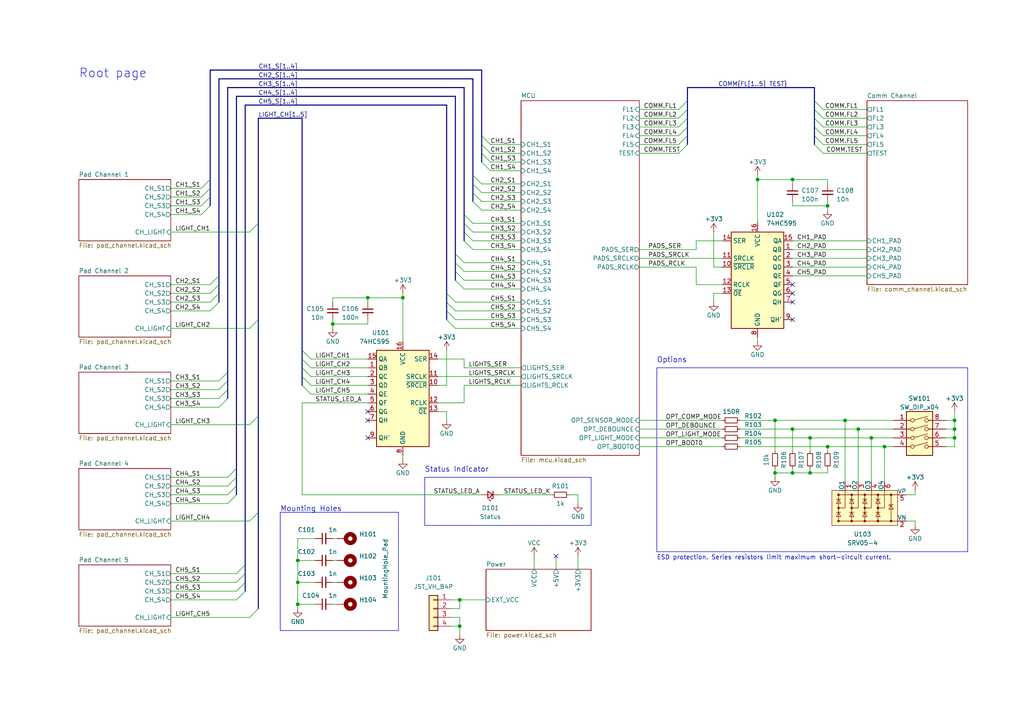
<source format=kicad_sch>
(kicad_sch (version 20221110) (generator eeschema)
  (paper "A4")
  (title_block (title "BD845-PWB") (date "2022-11-27") (rev "1") (company "BlueDot, Vincenzo Fortunato"))
  (lib_symbols
    (symbol "74xx:74HC595"
      (property "Reference" "U" (at -7.62 13.97 0))
      (property "Value" "74HC595" (at -7.62 -16.51 0))
      (symbol "74HC595_1_0"
        (pin tri_state line (at 10.16 7.62 180) (length 2.54) (name "QB") (number "1"))
        (pin input line (at -10.16 2.54 0) (length 2.54) (name "~{SRCLR}") (number "10"))
        (pin input line (at -10.16 5.08 0) (length 2.54) (name "SRCLK") (number "11"))
        (pin input line (at -10.16 -2.54 0) (length 2.54) (name "RCLK") (number "12"))
        (pin input line (at -10.16 -5.08 0) (length 2.54) (name "~{OE}") (number "13"))
        (pin input line (at -10.16 10.16 0) (length 2.54) (name "SER") (number "14"))
        (pin tri_state line (at 10.16 10.16 180) (length 2.54) (name "QA") (number "15"))
        (pin power_in line (at 0 15.24 270) (length 2.54) (name "VCC") (number "16"))
        (pin tri_state line (at 10.16 5.08 180) (length 2.54) (name "QC") (number "2"))
        (pin tri_state line (at 10.16 2.54 180) (length 2.54) (name "QD") (number "3"))
        (pin tri_state line (at 10.16 0 180) (length 2.54) (name "QE") (number "4"))
        (pin tri_state line (at 10.16 -2.54 180) (length 2.54) (name "QF") (number "5"))
        (pin tri_state line (at 10.16 -5.08 180) (length 2.54) (name "QG") (number "6"))
        (pin tri_state line (at 10.16 -7.62 180) (length 2.54) (name "QH") (number "7"))
        (pin power_in line (at 0 -17.78 90) (length 2.54) (name "GND") (number "8"))
        (pin output line (at 10.16 -12.7 180) (length 2.54) (name "QH'") (number "9"))
      )
      (symbol "74HC595_1_1"
        (rectangle (start -7.62 12.7) (end 7.62 -15.24) (stroke (width 0.254)) (fill (type background)))
      )
    )
    (symbol "Connector_Generic:Conn_01x04" (pin_names (offset 1.016) hide)
      (property "Reference" "J" (at 0 5.08 0))
      (property "Value" "Conn_01x04" (at 0 -7.62 0))
      (symbol "Conn_01x04_1_1"
        (rectangle (start -1.27 -4.953) (end 0 -5.207) (stroke (width 0.1524)))
        (rectangle (start -1.27 -2.413) (end 0 -2.667) (stroke (width 0.1524)))
        (rectangle (start -1.27 0.127) (end 0 -0.127) (stroke (width 0.1524)))
        (rectangle (start -1.27 2.667) (end 0 2.413) (stroke (width 0.1524)))
        (rectangle (start -1.27 3.81) (end 1.27 -6.35) (stroke (width 0.254)) (fill (type background)))
        (pin passive line (at -5.08 2.54 0) (length 3.81) (name "Pin_1") (number "1"))
        (pin passive line (at -5.08 0 0) (length 3.81) (name "Pin_2") (number "2"))
        (pin passive line (at -5.08 -2.54 0) (length 3.81) (name "Pin_3") (number "3"))
        (pin passive line (at -5.08 -5.08 0) (length 3.81) (name "Pin_4") (number "4"))
      )
    )
    (symbol "Device:C_Small" (pin_numbers hide) (pin_names (offset 0.254) hide)
      (property "Reference" "C" (at 0.254 1.778 0))
      (property "Value" "C_Small" (at 0.254 -2.032 0))
      (symbol "C_Small_0_1"
        (polyline (pts (xy -1.524 -0.508) (xy 1.524 -0.508)) (stroke (width 0.3302)))
        (polyline (pts (xy -1.524 0.508) (xy 1.524 0.508)) (stroke (width 0.3048)))
      )
      (symbol "C_Small_1_1"
        (pin passive line (at 0 2.54 270) (length 2.032) (name "~") (number "1"))
        (pin passive line (at 0 -2.54 90) (length 2.032) (name "~") (number "2"))
      )
    )
    (symbol "Device:LED_Small" (pin_numbers hide) (pin_names (offset 0.254) hide)
      (property "Reference" "D" (at -1.27 3.175 0))
      (property "Value" "LED_Small" (at -4.445 -2.54 0))
      (symbol "LED_Small_0_1"
        (polyline (pts (xy -0.762 -1.016) (xy -0.762 1.016)) (stroke (width 0.254)))
        (polyline (pts (xy 1.016 0) (xy -0.762 0)))
        (polyline (pts (xy 0.762 -1.016) (xy -0.762 0) (xy 0.762 1.016) (xy 0.762 -1.016)) (stroke (width 0.254)))
        (polyline (pts (xy 0 0.762) (xy -0.508 1.27) (xy -0.254 1.27) (xy -0.508 1.27) (xy -0.508 1.016)))
        (polyline (pts (xy 0.508 1.27) (xy 0 1.778) (xy 0.254 1.778) (xy 0 1.778) (xy 0 1.524)))
      )
      (symbol "LED_Small_1_1"
        (pin passive line (at -2.54 0 0) (length 1.778) (name "K") (number "1"))
        (pin passive line (at 2.54 0 180) (length 1.778) (name "A") (number "2"))
      )
    )
    (symbol "Device:R_Small" (pin_numbers hide) (pin_names (offset 0.254) hide)
      (property "Reference" "R" (at 0.762 0.508 0))
      (property "Value" "R_Small" (at 0.762 -1.016 0))
      (symbol "R_Small_0_1"
        (rectangle (start -0.762 1.778) (end 0.762 -1.778) (stroke (width 0.2032)))
      )
      (symbol "R_Small_1_1"
        (pin passive line (at 0 2.54 270) (length 0.762) (name "~") (number "1"))
        (pin passive line (at 0 -2.54 90) (length 0.762) (name "~") (number "2"))
      )
    )
    (symbol "Mechanical:MountingHole_Pad" (pin_numbers hide) (pin_names (offset 1.016) hide)
      (property "Reference" "H" (at 0 6.35 0))
      (property "Value" "MountingHole_Pad" (at 0 4.445 0))
      (symbol "MountingHole_Pad_0_1"
        (circle (center 0 1.27) (radius 1.27) (stroke (width 1.27)))
      )
      (symbol "MountingHole_Pad_1_1"
        (pin input line (at 0 -2.54 90) (length 2.54) (name "1") (number "1"))
      )
    )
    (symbol "ProjectLibrary:SRV05-4" (pin_names (offset 0))
      (property "Reference" "U" (at -7.62 -6.985 0))
      (property "Value" "SRV05-4" (at 0 -6.985 0))
      (symbol "SRV05-4_0_0"
        (polyline (pts (xy -6.985 -3.81) (xy -6.985 3.81)))
        (polyline (pts (xy -3.175 -3.81) (xy -3.175 3.81)))
        (polyline (pts (xy 0.635 -3.81) (xy 0.635 3.81)))
        (polyline (pts (xy 4.445 -3.81) (xy 4.445 3.81)))
      )
      (symbol "SRV05-4_0_1"
        (rectangle (start -8.89 5.08) (end 10.16 -5.08) (fill (type background)))
        (circle (center -6.985 -3.81) (radius 0.2794) (fill (type outline)))
        (circle (center -6.985 0) (radius 0.2794) (fill (type outline)))
        (circle (center -6.985 3.81) (radius 0.2794) (fill (type outline)))
        (circle (center -3.175 -3.81) (radius 0.2794) (fill (type outline)))
        (circle (center -3.175 0) (radius 0.2794) (fill (type outline)))
        (circle (center -3.175 3.81) (radius 0.2794) (fill (type outline)))
        (polyline (pts (xy -6.35 -1.27) (xy -7.62 -1.27)))
        (polyline (pts (xy -6.35 2.54) (xy -7.62 2.54)))
        (polyline (pts (xy -2.54 -1.27) (xy -3.81 -1.27)))
        (polyline (pts (xy -2.54 2.54) (xy -3.81 2.54)))
        (polyline (pts (xy 1.27 -1.27) (xy 0 -1.27)))
        (polyline (pts (xy 1.27 2.54) (xy 0 2.54)))
        (polyline (pts (xy 5.08 -1.27) (xy 3.81 -1.27)))
        (polyline (pts (xy 5.08 2.54) (xy 3.81 2.54)))
        (polyline (pts (xy 8.255 3.81) (xy 8.255 -3.81)))
        (polyline (pts (xy 10.16 -3.81) (xy -6.985 -3.81)))
        (polyline (pts (xy 10.16 3.81) (xy -6.985 3.81)))
        (polyline (pts (xy -6.985 0) (xy -5.08 0) (xy -5.08 5.08)))
        (polyline (pts (xy -3.175 0) (xy -1.27 0) (xy -1.27 5.08)))
        (polyline (pts (xy 0.635 0) (xy 2.54 0) (xy 2.54 5.08)))
        (polyline (pts (xy 4.445 0) (xy 6.35 0) (xy 6.35 5.08)))
        (polyline (pts (xy 8.89 0.889) (xy 7.62 0.889) (xy 7.62 0.635)))
        (polyline (pts (xy -6.35 -2.54) (xy -7.62 -2.54) (xy -6.985 -1.27) (xy -6.35 -2.54)))
        (polyline (pts (xy -6.35 1.27) (xy -7.62 1.27) (xy -6.985 2.54) (xy -6.35 1.27)))
        (polyline (pts (xy -2.54 -2.54) (xy -3.81 -2.54) (xy -3.175 -1.27) (xy -2.54 -2.54)))
        (polyline (pts (xy -2.54 1.27) (xy -3.81 1.27) (xy -3.175 2.54) (xy -2.54 1.27)))
        (polyline (pts (xy 1.27 -2.54) (xy 0 -2.54) (xy 0.635 -1.27) (xy 1.27 -2.54)))
        (polyline (pts (xy 1.27 1.27) (xy 0 1.27) (xy 0.635 2.54) (xy 1.27 1.27)))
        (polyline (pts (xy 5.08 -2.54) (xy 3.81 -2.54) (xy 4.445 -1.27) (xy 5.08 -2.54)))
        (polyline (pts (xy 5.08 1.27) (xy 3.81 1.27) (xy 4.445 2.54) (xy 5.08 1.27)))
        (polyline (pts (xy 8.89 -0.381) (xy 7.62 -0.381) (xy 8.255 0.889) (xy 8.89 -0.381)))
        (circle (center 0.635 -3.81) (radius 0.2794) (fill (type outline)))
        (circle (center 0.635 0) (radius 0.2794) (fill (type outline)))
        (circle (center 0.635 3.81) (radius 0.2794) (fill (type outline)))
        (circle (center 4.445 -3.81) (radius 0.2794) (fill (type outline)))
        (circle (center 4.445 0) (radius 0.2794) (fill (type outline)))
        (circle (center 4.445 3.81) (radius 0.2794) (fill (type outline)))
        (circle (center 8.255 -3.81) (radius 0.2794) (fill (type outline)))
        (circle (center 8.255 3.81) (radius 0.2794) (fill (type outline)))
      )
      (symbol "SRV05-4_1_1"
        (pin passive line (at -5.08 7.62 270) (length 2.54) (name "IO1") (number "1"))
        (pin passive line (at 12.7 -3.81 180) (length 2.54) (name "VN") (number "2"))
        (pin passive line (at -1.27 7.62 270) (length 2.54) (name "IO2") (number "3"))
        (pin passive line (at 2.54 7.62 270) (length 2.54) (name "IO3") (number "4"))
        (pin passive line (at 12.7 3.81 180) (length 2.54) (name "VP") (number "5"))
        (pin passive line (at 6.35 7.62 270) (length 2.54) (name "IO4") (number "6"))
      )
    )
    (symbol "Switch:SW_DIP_x04" (pin_names (offset 0) hide)
      (property "Reference" "SW" (at 0 8.89 0))
      (property "Value" "SW_DIP_x04" (at 0 -6.35 0))
      (symbol "SW_DIP_x04_0_0"
        (circle (center -2.032 -2.54) (radius 0.508))
        (circle (center -2.032 0) (radius 0.508))
        (circle (center -2.032 2.54) (radius 0.508))
        (circle (center -2.032 5.08) (radius 0.508))
        (polyline (pts (xy -1.524 -2.3876) (xy 2.3622 -1.3462)))
        (polyline (pts (xy -1.524 0.127) (xy 2.3622 1.1684)))
        (polyline (pts (xy -1.524 2.667) (xy 2.3622 3.7084)))
        (polyline (pts (xy -1.524 5.207) (xy 2.3622 6.2484)))
        (circle (center 2.032 -2.54) (radius 0.508))
        (circle (center 2.032 0) (radius 0.508))
        (circle (center 2.032 2.54) (radius 0.508))
        (circle (center 2.032 5.08) (radius 0.508))
      )
      (symbol "SW_DIP_x04_0_1"
        (rectangle (start -3.81 7.62) (end 3.81 -5.08) (stroke (width 0.254)) (fill (type background)))
      )
      (symbol "SW_DIP_x04_1_1"
        (pin passive line (at -7.62 5.08 0) (length 5.08) (name "~") (number "1"))
        (pin passive line (at -7.62 2.54 0) (length 5.08) (name "~") (number "2"))
        (pin passive line (at -7.62 0 0) (length 5.08) (name "~") (number "3"))
        (pin passive line (at -7.62 -2.54 0) (length 5.08) (name "~") (number "4"))
        (pin passive line (at 7.62 -2.54 180) (length 5.08) (name "~") (number "5"))
        (pin passive line (at 7.62 0 180) (length 5.08) (name "~") (number "6"))
        (pin passive line (at 7.62 2.54 180) (length 5.08) (name "~") (number "7"))
        (pin passive line (at 7.62 5.08 180) (length 5.08) (name "~") (number "8"))
      )
    )
    (symbol "power:+3V3" (power) (pin_names (offset 0))
      (property "Value" "+3V3" (at 0 3.556 0))
      (symbol "+3V3_0_1"
        (polyline (pts (xy -0.762 1.27) (xy 0 2.54)))
        (polyline (pts (xy 0 0) (xy 0 2.54)))
        (polyline (pts (xy 0 2.54) (xy 0.762 1.27)))
      )
      (symbol "+3V3_1_1"
        (pin power_in line (at 0 0 90) (length 0) hide (name "+3V3") (number "1"))
      )
    )
    (symbol "power:GND" (power) (pin_names (offset 0))
      (property "Value" "GND" (at 0 -3.81 0))
      (symbol "GND_0_1"
        (polyline (pts (xy 0 0) (xy 0 -1.27) (xy 1.27 -1.27) (xy 0 -2.54) (xy -1.27 -1.27) (xy 0 -1.27)))
      )
      (symbol "GND_1_1"
        (pin power_in line (at 0 0 270) (length 0) hide (name "GND") (number "1"))
      )
    )
    (symbol "power:VCC" (power) (pin_names (offset 0))
      (property "Value" "VCC" (at 0 3.81 0))
      (symbol "VCC_0_1"
        (polyline (pts (xy -0.762 1.27) (xy 0 2.54)))
        (polyline (pts (xy 0 0) (xy 0 2.54)))
        (polyline (pts (xy 0 2.54) (xy 0.762 1.27)))
      )
      (symbol "VCC_1_1"
        (pin power_in line (at 0 0 90) (length 0) hide (name "VCC") (number "1"))
      )
    )
  )
  (junction (at 252.73 127))
  (junction (at 86.36 162.56))
  (junction (at 224.79 137.16))
  (junction (at 234.95 137.16))
  (junction (at 229.87 124.46))
  (junction (at 224.79 121.92))
  (junction (at 276.86 121.92))
  (junction (at 86.36 175.26))
  (junction (at 240.03 129.54))
  (junction (at 276.86 127))
  (junction (at 106.68 86.36))
  (junction (at 86.36 168.91))
  (junction (at 96.52 93.98))
  (junction (at 256.54 129.54))
  (junction (at 229.87 137.16))
  (junction (at 248.92 124.46))
  (junction (at 245.11 121.92))
  (junction (at 133.35 181.61))
  (junction (at 229.87 52.07))
  (junction (at 234.95 127))
  (junction (at 116.84 86.36))
  (junction (at 219.71 52.07))
  (junction (at 276.86 124.46))
  (junction (at 133.35 173.99))
  (junction (at 240.03 59.69))
  (no_connect (at 161.29 161.29))
  (no_connect (at 106.68 121.92))
  (no_connect (at 229.87 87.63))
  (no_connect (at 106.68 119.38))
  (no_connect (at 229.87 92.71))
  (no_connect (at 229.87 82.55))
  (no_connect (at 229.87 85.09))
  (no_connect (at 106.68 127))
  (bus_entry (at 68.58 171.45) (size 2.54 -2.54))
  (bus_entry (at 134.62 62.23) (size 2.54 2.54))
  (bus_entry (at 68.58 168.91) (size 2.54 -2.54))
  (bus_entry (at 196.85 44.45) (size 2.54 -2.54))
  (bus_entry (at 66.04 140.97) (size 2.54 -2.54))
  (bus_entry (at 72.39 67.31) (size 2.54 -2.54))
  (bus_entry (at 129.54 90.17) (size 2.54 2.54))
  (bus_entry (at 238.76 36.83) (size -2.54 -2.54))
  (bus_entry (at 72.39 123.19) (size 2.54 -2.54))
  (bus_entry (at 87.63 111.76) (size 2.54 2.54))
  (bus_entry (at 132.08 78.74) (size 2.54 2.54))
  (bus_entry (at 68.58 173.99) (size 2.54 -2.54))
  (bus_entry (at 87.63 104.14) (size 2.54 2.54))
  (bus_entry (at 139.7 44.45) (size 2.54 2.54))
  (bus_entry (at 139.7 39.37) (size 2.54 2.54))
  (bus_entry (at 238.76 44.45) (size -2.54 -2.54))
  (bus_entry (at 196.85 39.37) (size 2.54 -2.54))
  (bus_entry (at 196.85 36.83) (size 2.54 -2.54))
  (bus_entry (at 66.04 143.51) (size 2.54 -2.54))
  (bus_entry (at 63.5 118.11) (size 2.54 -2.54))
  (bus_entry (at 134.62 67.31) (size 2.54 2.54))
  (bus_entry (at 196.85 31.75) (size 2.54 -2.54))
  (bus_entry (at 139.7 41.91) (size 2.54 2.54))
  (bus_entry (at 132.08 73.66) (size 2.54 2.54))
  (bus_entry (at 72.39 95.25) (size 2.54 -2.54))
  (bus_entry (at 137.16 53.34) (size 2.54 2.54))
  (bus_entry (at 60.96 82.55) (size 2.54 -2.54))
  (bus_entry (at 87.63 106.68) (size 2.54 2.54))
  (bus_entry (at 137.16 58.42) (size 2.54 2.54))
  (bus_entry (at 196.85 41.91) (size 2.54 -2.54))
  (bus_entry (at 238.76 39.37) (size -2.54 -2.54))
  (bus_entry (at 72.39 179.07) (size 2.54 -2.54))
  (bus_entry (at 66.04 146.05) (size 2.54 -2.54))
  (bus_entry (at 60.96 90.17) (size 2.54 -2.54))
  (bus_entry (at 139.7 46.99) (size 2.54 2.54))
  (bus_entry (at 238.76 34.29) (size -2.54 -2.54))
  (bus_entry (at 87.63 101.6) (size 2.54 2.54))
  (bus_entry (at 132.08 76.2) (size 2.54 2.54))
  (bus_entry (at 66.04 138.43) (size 2.54 -2.54))
  (bus_entry (at 63.5 115.57) (size 2.54 -2.54))
  (bus_entry (at 58.42 62.23) (size 2.54 -2.54))
  (bus_entry (at 238.76 41.91) (size -2.54 -2.54))
  (bus_entry (at 60.96 87.63) (size 2.54 -2.54))
  (bus_entry (at 58.42 54.61) (size 2.54 -2.54))
  (bus_entry (at 60.96 85.09) (size 2.54 -2.54))
  (bus_entry (at 58.42 59.69) (size 2.54 -2.54))
  (bus_entry (at 72.39 151.13) (size 2.54 -2.54))
  (bus_entry (at 63.5 113.03) (size 2.54 -2.54))
  (bus_entry (at 137.16 50.8) (size 2.54 2.54))
  (bus_entry (at 87.63 109.22) (size 2.54 2.54))
  (bus_entry (at 129.54 85.09) (size 2.54 2.54))
  (bus_entry (at 238.76 31.75) (size -2.54 -2.54))
  (bus_entry (at 129.54 87.63) (size 2.54 2.54))
  (bus_entry (at 196.85 34.29) (size 2.54 -2.54))
  (bus_entry (at 137.16 55.88) (size 2.54 2.54))
  (bus_entry (at 63.5 110.49) (size 2.54 -2.54))
  (bus_entry (at 134.62 64.77) (size 2.54 2.54))
  (bus_entry (at 68.58 166.37) (size 2.54 -2.54))
  (bus_entry (at 134.62 69.85) (size 2.54 2.54))
  (bus_entry (at 58.42 57.15) (size 2.54 -2.54))
  (bus_entry (at 132.08 81.28) (size 2.54 2.54))
  (bus_entry (at 129.54 92.71) (size 2.54 2.54))
  (wire (pts (xy 229.87 124.46) (xy 248.92 124.46)))
  (wire (pts (xy 49.53 166.37) (xy 68.58 166.37)))
  (wire (pts (xy 219.71 50.8) (xy 219.71 52.07)))
  (bus (pts (xy 132.08 76.2) (xy 132.08 73.66)))
  (bus (pts (xy 129.54 90.17) (xy 129.54 87.63)))
  (wire (pts (xy 201.93 69.85) (xy 209.55 69.85)))
  (wire (pts (xy 132.08 95.25) (xy 151.13 95.25)))
  (wire (pts (xy 167.64 143.51) (xy 167.64 146.05)))
  (wire (pts (xy 201.93 77.47) (xy 201.93 82.55)))
  (wire (pts (xy 262.89 143.51) (xy 265.43 143.51)))
  (bus (pts (xy 68.58 140.97) (xy 68.58 143.51)))
  (bus (pts (xy 139.7 39.37) (xy 139.7 20.32)))
  (wire (pts (xy 134.62 111.76) (xy 134.62 116.84)))
  (wire (pts (xy 245.11 121.92) (xy 259.08 121.92)))
  (wire (pts (xy 185.42 72.39) (xy 201.93 72.39)))
  (bus (pts (xy 74.93 120.65) (xy 74.93 148.59)))
  (wire (pts (xy 238.76 39.37) (xy 251.46 39.37)))
  (bus (pts (xy 71.12 30.48) (xy 129.54 30.48)))
  (wire (pts (xy 139.7 55.88) (xy 151.13 55.88)))
  (wire (pts (xy 142.24 49.53) (xy 151.13 49.53)))
  (bus (pts (xy 71.12 166.37) (xy 71.12 168.91)))
  (wire (pts (xy 201.93 72.39) (xy 201.93 69.85)))
  (bus (pts (xy 68.58 135.89) (xy 68.58 138.43)))
  (wire (pts (xy 134.62 83.82) (xy 151.13 83.82)))
  (bus (pts (xy 74.93 148.59) (xy 74.93 176.53)))
  (bus (pts (xy 63.5 85.09) (xy 63.5 87.63)))
  (bus (pts (xy 199.39 31.75) (xy 199.39 29.21)))
  (wire (pts (xy 151.13 106.68) (xy 134.62 106.68)))
  (wire (pts (xy 127 111.76) (xy 129.54 111.76)))
  (wire (pts (xy 238.76 44.45) (xy 251.46 44.45)))
  (bus (pts (xy 60.96 52.07) (xy 60.96 54.61)))
  (wire (pts (xy 276.86 119.38) (xy 276.86 121.92)))
  (bus (pts (xy 74.93 92.71) (xy 74.93 120.65)))
  (wire (pts (xy 185.42 74.93) (xy 209.55 74.93)))
  (polyline (pts (xy 280.67 106.68) (xy 280.67 160.02)))
  (wire (pts (xy 240.03 52.07) (xy 240.03 53.34)))
  (wire (pts (xy 256.54 129.54) (xy 256.54 139.7)))
  (wire (pts (xy 185.42 41.91) (xy 196.85 41.91)))
  (bus (pts (xy 68.58 138.43) (xy 68.58 140.97)))
  (wire (pts (xy 49.53 87.63) (xy 60.96 87.63)))
  (bus (pts (xy 60.96 20.32) (xy 139.7 20.32)))
  (bus (pts (xy 139.7 44.45) (xy 139.7 41.91)))
  (wire (pts (xy 137.16 69.85) (xy 151.13 69.85)))
  (wire (pts (xy 274.32 121.92) (xy 276.86 121.92)))
  (wire (pts (xy 248.92 124.46) (xy 248.92 139.7)))
  (bus (pts (xy 236.22 29.21) (xy 236.22 25.4)))
  (wire (pts (xy 224.79 121.92) (xy 224.79 130.81)))
  (wire (pts (xy 238.76 41.91) (xy 251.46 41.91)))
  (polyline (pts (xy 115.57 148.59) (xy 115.57 182.88)))
  (wire (pts (xy 116.84 132.08) (xy 116.84 133.35)))
  (bus (pts (xy 66.04 113.03) (xy 66.04 110.49)))
  (wire (pts (xy 86.36 168.91) (xy 86.36 162.56)))
  (wire (pts (xy 137.16 67.31) (xy 151.13 67.31)))
  (bus (pts (xy 74.93 64.77) (xy 74.93 92.71)))
  (wire (pts (xy 86.36 175.26) (xy 91.44 175.26)))
  (bus (pts (xy 129.54 87.63) (xy 129.54 85.09)))
  (bus (pts (xy 66.04 25.4) (xy 134.62 25.4)))
  (wire (pts (xy 96.52 175.26) (xy 97.79 175.26)))
  (wire (pts (xy 274.32 127) (xy 276.86 127)))
  (wire (pts (xy 49.53 173.99) (xy 68.58 173.99)))
  (bus (pts (xy 199.39 34.29) (xy 199.39 31.75)))
  (wire (pts (xy 185.42 44.45) (xy 196.85 44.45)))
  (wire (pts (xy 229.87 59.69) (xy 229.87 58.42)))
  (wire (pts (xy 132.08 92.71) (xy 151.13 92.71)))
  (wire (pts (xy 276.86 127) (xy 276.86 129.54)))
  (wire (pts (xy 132.08 90.17) (xy 151.13 90.17)))
  (wire (pts (xy 87.63 143.51) (xy 139.7 143.51)))
  (wire (pts (xy 185.42 31.75) (xy 196.85 31.75)))
  (wire (pts (xy 276.86 121.92) (xy 276.86 124.46)))
  (wire (pts (xy 49.53 143.51) (xy 66.04 143.51)))
  (bus (pts (xy 137.16 53.34) (xy 137.16 55.88)))
  (wire (pts (xy 96.52 92.71) (xy 96.52 93.98)))
  (bus (pts (xy 132.08 81.28) (xy 132.08 78.74)))
  (wire (pts (xy 86.36 162.56) (xy 91.44 162.56)))
  (wire (pts (xy 49.53 57.15) (xy 58.42 57.15)))
  (wire (pts (xy 185.42 121.92) (xy 209.55 121.92)))
  (wire (pts (xy 134.62 106.68) (xy 134.62 104.14)))
  (wire (pts (xy 96.52 93.98) (xy 96.52 95.25)))
  (bus (pts (xy 87.63 34.29) (xy 87.63 101.6)))
  (wire (pts (xy 139.7 53.34) (xy 151.13 53.34)))
  (wire (pts (xy 151.13 109.22) (xy 127 109.22)))
  (wire (pts (xy 49.53 171.45) (xy 68.58 171.45)))
  (polyline (pts (xy 123.19 138.43) (xy 123.19 152.4)))
  (wire (pts (xy 49.53 140.97) (xy 66.04 140.97)))
  (wire (pts (xy 96.52 86.36) (xy 96.52 87.63)))
  (wire (pts (xy 165.1 143.51) (xy 167.64 143.51)))
  (polyline (pts (xy 123.19 152.4) (xy 171.45 152.4)))
  (wire (pts (xy 262.89 151.13) (xy 265.43 151.13)))
  (wire (pts (xy 130.81 181.61) (xy 133.35 181.61)))
  (wire (pts (xy 49.53 118.11) (xy 63.5 118.11)))
  (wire (pts (xy 139.7 58.42) (xy 151.13 58.42)))
  (wire (pts (xy 240.03 129.54) (xy 240.03 130.81)))
  (wire (pts (xy 214.63 121.92) (xy 224.79 121.92)))
  (wire (pts (xy 229.87 137.16) (xy 229.87 135.89)))
  (bus (pts (xy 137.16 50.8) (xy 137.16 22.86)))
  (wire (pts (xy 106.68 92.71) (xy 106.68 93.98)))
  (bus (pts (xy 134.62 64.77) (xy 134.62 67.31)))
  (wire (pts (xy 144.78 143.51) (xy 160.02 143.51)))
  (wire (pts (xy 229.87 72.39) (xy 251.46 72.39)))
  (wire (pts (xy 274.32 124.46) (xy 276.86 124.46)))
  (bus (pts (xy 236.22 39.37) (xy 236.22 36.83)))
  (bus (pts (xy 236.22 34.29) (xy 236.22 31.75)))
  (wire (pts (xy 224.79 137.16) (xy 224.79 138.43)))
  (wire (pts (xy 151.13 111.76) (xy 134.62 111.76)))
  (wire (pts (xy 90.17 109.22) (xy 106.68 109.22)))
  (bus (pts (xy 87.63 106.68) (xy 87.63 109.22)))
  (wire (pts (xy 132.08 87.63) (xy 151.13 87.63)))
  (wire (pts (xy 229.87 52.07) (xy 240.03 52.07)))
  (wire (pts (xy 209.55 85.09) (xy 207.01 85.09)))
  (bus (pts (xy 63.5 22.86) (xy 137.16 22.86)))
  (polyline (pts (xy 81.28 148.59) (xy 115.57 148.59)) (stroke (width 0) (type solid)))
  (wire (pts (xy 137.16 72.39) (xy 151.13 72.39)))
  (polyline (pts (xy 171.45 152.4) (xy 171.45 138.43)))
  (bus (pts (xy 63.5 80.01) (xy 63.5 82.55)))
  (wire (pts (xy 142.24 41.91) (xy 151.13 41.91)))
  (wire (pts (xy 49.53 151.13) (xy 72.39 151.13)))
  (wire (pts (xy 86.36 175.26) (xy 86.36 176.53)))
  (wire (pts (xy 90.17 111.76) (xy 106.68 111.76)))
  (bus (pts (xy 68.58 27.94) (xy 132.08 27.94)))
  (wire (pts (xy 86.36 175.26) (xy 86.36 168.91)))
  (bus (pts (xy 139.7 46.99) (xy 139.7 44.45)))
  (wire (pts (xy 207.01 77.47) (xy 207.01 67.31)))
  (wire (pts (xy 86.36 168.91) (xy 91.44 168.91)))
  (bus (pts (xy 71.12 30.48) (xy 71.12 163.83)))
  (wire (pts (xy 240.03 59.69) (xy 229.87 59.69)))
  (bus (pts (xy 236.22 41.91) (xy 236.22 39.37)))
  (polyline (pts (xy 217.17 106.68) (xy 280.67 106.68)))
  (bus (pts (xy 71.12 163.83) (xy 71.12 166.37)))
  (wire (pts (xy 133.35 176.53) (xy 133.35 173.99)))
  (bus (pts (xy 134.62 25.4) (xy 134.62 62.23)))
  (wire (pts (xy 137.16 64.77) (xy 151.13 64.77)))
  (wire (pts (xy 209.55 77.47) (xy 207.01 77.47)))
  (wire (pts (xy 185.42 36.83) (xy 196.85 36.83)))
  (wire (pts (xy 90.17 106.68) (xy 106.68 106.68)))
  (wire (pts (xy 229.87 124.46) (xy 229.87 130.81)))
  (bus (pts (xy 60.96 20.32) (xy 60.96 52.07)))
  (bus (pts (xy 137.16 50.8) (xy 137.16 53.34)))
  (wire (pts (xy 49.53 123.19) (xy 72.39 123.19)))
  (bus (pts (xy 132.08 78.74) (xy 132.08 76.2)))
  (wire (pts (xy 265.43 143.51) (xy 265.43 142.24)))
  (polyline (pts (xy 190.5 106.68) (xy 217.17 106.68)))
  (wire (pts (xy 219.71 97.79) (xy 219.71 99.06)))
  (bus (pts (xy 139.7 41.91) (xy 139.7 39.37)))
  (wire (pts (xy 240.03 135.89) (xy 240.03 137.16)))
  (wire (pts (xy 49.53 82.55) (xy 60.96 82.55)))
  (wire (pts (xy 229.87 137.16) (xy 234.95 137.16)))
  (wire (pts (xy 219.71 52.07) (xy 229.87 52.07)))
  (bus (pts (xy 132.08 73.66) (xy 132.08 27.94)))
  (wire (pts (xy 248.92 124.46) (xy 259.08 124.46)))
  (wire (pts (xy 245.11 121.92) (xy 245.11 139.7)))
  (bus (pts (xy 199.39 41.91) (xy 199.39 39.37)))
  (wire (pts (xy 167.64 161.29) (xy 167.64 165.1)))
  (wire (pts (xy 134.62 76.2) (xy 151.13 76.2)))
  (polyline (pts (xy 81.28 182.88) (xy 81.28 148.59)))
  (wire (pts (xy 49.53 62.23) (xy 58.42 62.23)))
  (wire (pts (xy 96.52 93.98) (xy 106.68 93.98)))
  (wire (pts (xy 96.52 156.21) (xy 97.79 156.21)))
  (wire (pts (xy 219.71 52.07) (xy 219.71 64.77)))
  (wire (pts (xy 224.79 121.92) (xy 245.11 121.92)))
  (wire (pts (xy 96.52 162.56) (xy 97.79 162.56)))
  (wire (pts (xy 87.63 116.84) (xy 106.68 116.84)))
  (wire (pts (xy 214.63 127) (xy 234.95 127)))
  (wire (pts (xy 238.76 34.29) (xy 251.46 34.29)))
  (polyline (pts (xy 190.5 160.02) (xy 190.5 106.68)))
  (wire (pts (xy 133.35 173.99) (xy 140.97 173.99)))
  (wire (pts (xy 49.53 67.31) (xy 72.39 67.31)))
  (wire (pts (xy 106.68 86.36) (xy 96.52 86.36)))
  (wire (pts (xy 49.53 168.91) (xy 68.58 168.91)))
  (wire (pts (xy 142.24 46.99) (xy 151.13 46.99)))
  (wire (pts (xy 240.03 59.69) (xy 240.03 60.96)))
  (wire (pts (xy 185.42 34.29) (xy 196.85 34.29)))
  (bus (pts (xy 236.22 31.75) (xy 236.22 29.21)))
  (wire (pts (xy 96.52 168.91) (xy 97.79 168.91)))
  (wire (pts (xy 238.76 31.75) (xy 251.46 31.75)))
  (wire (pts (xy 49.53 179.07) (xy 72.39 179.07)))
  (wire (pts (xy 207.01 85.09) (xy 207.01 87.63)))
  (wire (pts (xy 49.53 138.43) (xy 66.04 138.43)))
  (wire (pts (xy 49.53 85.09) (xy 60.96 85.09)))
  (wire (pts (xy 49.53 113.03) (xy 63.5 113.03)))
  (wire (pts (xy 185.42 39.37) (xy 196.85 39.37)))
  (wire (pts (xy 90.17 114.3) (xy 106.68 114.3)))
  (wire (pts (xy 154.94 161.29) (xy 154.94 165.1)))
  (polyline (pts (xy 280.67 160.02) (xy 190.5 160.02)))
  (wire (pts (xy 133.35 173.99) (xy 130.81 173.99)))
  (bus (pts (xy 63.5 82.55) (xy 63.5 85.09)))
  (bus (pts (xy 87.63 101.6) (xy 87.63 104.14)))
  (wire (pts (xy 234.95 127) (xy 234.95 130.81)))
  (wire (pts (xy 49.53 146.05) (xy 66.04 146.05)))
  (wire (pts (xy 133.35 179.07) (xy 133.35 181.61)))
  (bus (pts (xy 66.04 115.57) (xy 66.04 113.03)))
  (bus (pts (xy 199.39 29.21) (xy 199.39 25.4)))
  (bus (pts (xy 129.54 85.09) (xy 129.54 30.48)))
  (wire (pts (xy 224.79 137.16) (xy 224.79 135.89)))
  (wire (pts (xy 185.42 77.47) (xy 201.93 77.47)))
  (bus (pts (xy 71.12 168.91) (xy 71.12 171.45)))
  (wire (pts (xy 185.42 124.46) (xy 209.55 124.46)))
  (wire (pts (xy 214.63 124.46) (xy 229.87 124.46)))
  (wire (pts (xy 234.95 137.16) (xy 240.03 137.16)))
  (bus (pts (xy 60.96 57.15) (xy 60.96 59.69)))
  (bus (pts (xy 134.62 67.31) (xy 134.62 69.85)))
  (wire (pts (xy 201.93 82.55) (xy 209.55 82.55)))
  (bus (pts (xy 199.39 39.37) (xy 199.39 36.83)))
  (wire (pts (xy 134.62 81.28) (xy 151.13 81.28)))
  (wire (pts (xy 240.03 129.54) (xy 256.54 129.54)))
  (wire (pts (xy 106.68 87.63) (xy 106.68 86.36)))
  (bus (pts (xy 199.39 25.4) (xy 236.22 25.4)))
  (bus (pts (xy 74.93 34.29) (xy 74.93 64.77)))
  (wire (pts (xy 116.84 85.09) (xy 116.84 86.36)))
  (wire (pts (xy 134.62 104.14) (xy 127 104.14)))
  (wire (pts (xy 161.29 161.29) (xy 161.29 165.1)))
  (wire (pts (xy 185.42 129.54) (xy 209.55 129.54)))
  (wire (pts (xy 49.53 110.49) (xy 63.5 110.49)))
  (wire (pts (xy 214.63 129.54) (xy 240.03 129.54)))
  (wire (pts (xy 234.95 127) (xy 252.73 127)))
  (wire (pts (xy 142.24 44.45) (xy 151.13 44.45)))
  (wire (pts (xy 87.63 143.51) (xy 87.63 116.84)))
  (wire (pts (xy 274.32 129.54) (xy 276.86 129.54)))
  (bus (pts (xy 60.96 54.61) (xy 60.96 57.15)))
  (bus (pts (xy 66.04 107.95) (xy 66.04 25.4)))
  (wire (pts (xy 129.54 111.76) (xy 129.54 101.6)))
  (bus (pts (xy 87.63 34.29) (xy 74.93 34.29)))
  (polyline (pts (xy 115.57 182.88) (xy 81.28 182.88)))
  (wire (pts (xy 134.62 78.74) (xy 151.13 78.74)))
  (wire (pts (xy 90.17 104.14) (xy 106.68 104.14)))
  (wire (pts (xy 229.87 77.47) (xy 251.46 77.47)))
  (bus (pts (xy 129.54 92.71) (xy 129.54 90.17)))
  (wire (pts (xy 234.95 137.16) (xy 234.95 135.89)))
  (wire (pts (xy 86.36 162.56) (xy 86.36 156.21)))
  (wire (pts (xy 86.36 156.21) (xy 91.44 156.21)))
  (wire (pts (xy 49.53 90.17) (xy 60.96 90.17)))
  (wire (pts (xy 49.53 54.61) (xy 58.42 54.61)))
  (wire (pts (xy 229.87 53.34) (xy 229.87 52.07)))
  (wire (pts (xy 130.81 176.53) (xy 133.35 176.53)))
  (bus (pts (xy 236.22 36.83) (xy 236.22 34.29)))
  (wire (pts (xy 49.53 59.69) (xy 58.42 59.69)))
  (wire (pts (xy 229.87 80.01) (xy 251.46 80.01)))
  (bus (pts (xy 134.62 62.23) (xy 134.62 64.77)))
  (bus (pts (xy 87.63 104.14) (xy 87.63 106.68)))
  (wire (pts (xy 49.53 95.25) (xy 72.39 95.25)))
  (bus (pts (xy 137.16 55.88) (xy 137.16 58.42)))
  (wire (pts (xy 256.54 129.54) (xy 259.08 129.54)))
  (wire (pts (xy 133.35 181.61) (xy 133.35 184.15)))
  (wire (pts (xy 252.73 127) (xy 252.73 139.7)))
  (wire (pts (xy 252.73 127) (xy 259.08 127)))
  (wire (pts (xy 265.43 151.13) (xy 265.43 152.4)))
  (wire (pts (xy 127 119.38) (xy 129.54 119.38)))
  (bus (pts (xy 68.58 27.94) (xy 68.58 135.89)))
  (wire (pts (xy 130.81 179.07) (xy 133.35 179.07)))
  (wire (pts (xy 240.03 58.42) (xy 240.03 59.69)))
  (wire (pts (xy 139.7 60.96) (xy 151.13 60.96)))
  (wire (pts (xy 276.86 124.46) (xy 276.86 127)))
  (polyline (pts (xy 171.45 138.43) (xy 123.19 138.43)))
  (bus (pts (xy 87.63 109.22) (xy 87.63 111.76)))
  (wire (pts (xy 134.62 116.84) (xy 127 116.84)))
  (wire (pts (xy 116.84 86.36) (xy 106.68 86.36)))
  (wire (pts (xy 185.42 127) (xy 209.55 127)))
  (wire (pts (xy 238.76 36.83) (xy 251.46 36.83)))
  (wire (pts (xy 116.84 86.36) (xy 116.84 99.06)))
  (bus (pts (xy 66.04 110.49) (xy 66.04 107.95)))
  (bus (pts (xy 199.39 36.83) (xy 199.39 34.29)))
  (wire (pts (xy 229.87 69.85) (xy 251.46 69.85)))
  (bus (pts (xy 63.5 22.86) (xy 63.5 80.01)))
  (wire (pts (xy 129.54 119.38) (xy 129.54 121.92)))
  (wire (pts (xy 49.53 115.57) (xy 63.5 115.57)))
  (wire (pts (xy 224.79 137.16) (xy 229.87 137.16)))
  (wire (pts (xy 229.87 74.93) (xy 251.46 74.93)))
  (text "ESD protection. Series resistors limit maximum short-circuit current." (at 190.5 162.56 0) (effects (font (size 1.27 1.27)) (justify left bottom)))
  (text "Root page" (at 22.86 22.86 0) (effects (font (size 2.54 2.54)) (justify left bottom)))
  (text "Options" (at 190.5 105.41 0) (effects (font (size 1.524 1.524)) (justify left bottom)))
  (text "Status Indicator" (at 123.19 137.16 0) (effects (font (size 1.524 1.524)) (justify left bottom)))
  (text "Mounting Holes" (at 81.28 148.59 0) (effects (font (size 1.524 1.524)) (justify left bottom)))
  (label "CH1_S1" (at 50.8 54.61 0))
  (label "COMM.FL4" (at 186.69 39.37 0))
  (label "LIGHT_CH5" (at 91.44 114.3 0))
  (label "COMM.FL5" (at 248.92 41.91 180))
  (label "CH4_S2" (at 50.8 140.97 0))
  (label "CH1_S3" (at 50.8 59.69 0))
  (label "CH5_S4" (at 50.8 173.99 0))
  (label "CH3_S2" (at 50.8 113.03 0))
  (label "CH1_S1" (at 142.24 41.91 0))
  (label "LIGHT_CH1" (at 91.44 104.14 0))
  (label "CH2_S4" (at 50.8 90.17 0))
  (label "CH3_S2" (at 142.24 67.31 0))
  (label "LIGHT_CH4" (at 91.44 111.76 0))
  (label "CH5_S1" (at 50.8 166.37 0))
  (label "CH3_S4" (at 50.8 118.11 0))
  (label "OPT_BOOT0" (at 193.04 129.54 0))
  (label "CH5_S2" (at 142.24 90.17 0))
  (label "OPT_COMP_MODE" (at 193.04 121.92 0))
  (label "CH4_S1" (at 142.24 76.2 0))
  (label "CH3_S1" (at 142.24 64.77 0))
  (label "LIGHTS_SRCLK" (at 135.89 109.22 0))
  (label "CH5_S3" (at 142.24 92.71 0))
  (label "LIGHT_CH4" (at 50.8 151.13 0))
  (label "CH5_S1" (at 142.24 87.63 0))
  (label "COMM.FL2" (at 248.92 34.29 180))
  (label "CH1_S3" (at 142.24 46.99 0))
  (label "STATUS_LED_A" (at 91.44 116.84 0))
  (label "PADS_RCLK" (at 187.96 77.47 0))
  (label "COMM.FL1" (at 186.69 31.75 0))
  (label "LIGHT_CH[1..5]" (at 74.93 34.29 0))
  (label "CH1_S[1..4]" (at 74.93 20.32 0))
  (label "CH5_S2" (at 50.8 168.91 0))
  (label "LIGHT_CH1" (at 50.8 67.31 0))
  (label "CH2_PAD" (at 231.1365 72.39 0))
  (label "STATUS_LED_K" (at 146.05 143.51 0))
  (label "CH5_S3" (at 50.8 171.45 0))
  (label "CH5_PAD" (at 231.1365 80.01 0))
  (label "COMM{FL[1..5] TEST}" (at 208.28 25.4 0))
  (label "CH4_S4" (at 142.24 83.82 0))
  (label "LIGHT_CH3" (at 91.44 109.22 0))
  (label "CH4_S3" (at 50.8 143.51 0))
  (label "CH4_S3" (at 142.24 81.28 0))
  (label "COMM.FL3" (at 186.69 36.83 0))
  (label "LIGHT_CH5" (at 50.8 179.07 0))
  (label "COMM.TEST" (at 186.69 44.45 0))
  (label "CH2_S4" (at 142.24 60.96 0))
  (label "CH4_S2" (at 142.24 78.74 0))
  (label "CH4_S4" (at 50.8 146.05 0))
  (label "OPT_LIGHT_MODE" (at 193.04 127 0))
  (label "COMM.TEST" (at 250.19 44.45 180))
  (label "CH5_S4" (at 142.24 95.25 0))
  (label "CH3_PAD" (at 231.1365 74.93 0))
  (label "CH4_S1" (at 50.8 138.43 0))
  (label "CH1_S4" (at 142.24 49.53 0))
  (label "CH2_S1" (at 142.24 53.34 0))
  (label "LIGHT_CH2" (at 91.44 106.68 0))
  (label "CH1_S2" (at 142.24 44.45 0))
  (label "CH3_S4" (at 142.24 72.39 0))
  (label "COMM.FL5" (at 186.69 41.91 0))
  (label "CH4_PAD" (at 231.1365 77.47 0))
  (label "CH4_S[1..4]" (at 74.93 27.94 0))
  (label "CH5_S[1..4]" (at 74.93 30.48 0))
  (label "LIGHTS_RCLK" (at 135.89 111.76 0))
  (label "CH2_S3" (at 50.8 87.63 0))
  (label "STATUS_LED_A" (at 125.73 143.51 0))
  (label "LIGHT_CH3" (at 50.8 123.19 0))
  (label "PADS_SER" (at 187.96 72.39 0))
  (label "CH2_S[1..4]" (at 74.93 22.86 0))
  (label "CH2_S2" (at 142.24 55.88 0))
  (label "CH1_PAD" (at 231.1365 69.85 0))
  (label "CH3_S[1..4]" (at 74.93 25.4 0))
  (label "OPT_DEBOUNCE" (at 193.04 124.46 0))
  (label "CH2_S2" (at 50.8 85.09 0))
  (label "CH3_S1" (at 50.8 110.49 0))
  (label "COMM.FL3" (at 248.92 36.83 180))
  (label "LIGHTS_SER" (at 135.89 106.68 0))
  (label "COMM.FL4" (at 248.92 39.37 180))
  (label "CH3_S3" (at 50.8 115.57 0))
  (label "LIGHT_CH2" (at 50.8 95.25 0))
  (label "PADS_SRCLK" (at 187.96 74.93 0))
  (label "COMM.FL1" (at 248.92 31.75 180))
  (label "CH3_S3" (at 142.24 69.85 0))
  (label "CH1_S4" (at 50.8 62.23 0))
  (label "CH2_S3" (at 142.24 58.42 0))
  (label "CH1_S2" (at 50.8 57.15 0))
  (label "COMM.FL2" (at 186.69 34.29 0))
  (label "CH2_S1" (at 50.8 82.55 0))
  (symbol (lib_id "Device:C_Small") (at 240.03 55.88 0) (unit 1)
    (property "Reference" "C108" (at 242.57 55.2513 0) (effects (justify left)))
    (property "Value" "10n" (at 242.57 57.7913 0) (effects (justify left)))
    (property "Footprint" "Capacitor_SMD:C_0603_1608Metric" (effects hide))
  )
  (symbol (lib_id "Mechanical:MountingHole_Pad") (at 100.33 162.56 270) (unit 1)
    (property "Reference" "H102" (at 104.14 161.29 90) (effects (justify left)))
    (property "Value" "MountingHole_Pad" (effects hide))
    (property "Footprint" "MountingHole:MountingHole_4mm_Pad_Via" (effects hide))
  )
  (symbol (lib_id "Device:C_Small") (at 93.98 168.91 90) (unit 1)
    (property "Reference" "C103" (at 88.9 166.37 90))
    (property "Value" "1n" (at 96.52 166.37 90))
    (property "Footprint" "Capacitor_SMD:C_0805_2012Metric" (effects hide))
  )
  (symbol (lib_id "Device:R_Small") (at 212.09 129.54 270) (unit 1)
    (property "Reference" "R105" (at 218.44 128.27 90))
    (property "Value" "150R" (effects hide))
    (property "Footprint" "Resistor_SMD:R_0603_1608Metric" (effects hide))
  )
  (symbol (lib_id "power:GND") (at 240.03 60.96 0) (unit 1)
    (property "Reference" "#PWR0103" (effects hide))
    (property "Value" "GND" (at 240.03 64.77 0))
  )
  (symbol (lib_id "power:+3V3") (at 167.64 161.29 0) (unit 1)
    (property "Reference" "#PWR0113" (effects hide))
    (property "Value" "+3V3" (at 167.64 157.48 0))
  )
  (symbol (lib_id "power:GND") (at 219.71 99.06 0) (mirror y) (unit 1)
    (property "Reference" "#PWR0101" (effects hide))
    (property "Value" "GND" (at 219.71 102.87 0))
  )
  (symbol (lib_id "Device:C_Small") (at 93.98 175.26 90) (unit 1)
    (property "Reference" "C104" (at 90.17 172.72 90))
    (property "Value" "1n" (at 96.52 172.72 90))
    (property "Footprint" "Capacitor_SMD:C_0805_2012Metric" (effects hide))
  )
  (symbol (lib_id "Device:R_Small") (at 212.09 124.46 270) (unit 1)
    (property "Reference" "R103" (at 218.44 123.19 90))
    (property "Value" "150R" (effects hide))
    (property "Footprint" "Resistor_SMD:R_0603_1608Metric" (effects hide))
  )
  (symbol (lib_id "power:VCC") (at 154.94 161.29 0) (unit 1)
    (property "Reference" "#PWR0112" (effects hide))
    (property "Value" "VCC" (at 154.94 157.48 0))
  )
  (symbol (lib_id "Device:R_Small") (at 224.79 133.35 0) (mirror y) (unit 1)
    (property "Reference" "R106" (at 227.33 133.35 90))
    (property "Value" "10k" (at 222.25 133.35 90))
    (property "Footprint" "Resistor_SMD:R_0603_1608Metric" (effects hide))
  )
  (symbol (lib_id "power:GND") (at 167.64 146.05 0) (unit 1)
    (property "Reference" "#PWR0111" (effects hide))
    (property "Value" "GND" (at 167.64 149.86 0))
  )
  (symbol (lib_id "Device:R_Small") (at 240.03 133.35 0) (mirror y) (unit 1)
    (property "Reference" "R109" (at 242.57 133.35 90))
    (property "Value" "10k" (effects hide))
    (property "Footprint" "Resistor_SMD:R_0603_1608Metric" (effects hide))
  )
  (symbol (lib_id "power:GND") (at 116.84 133.35 0) (unit 1)
    (property "Reference" "#PWR0119" (effects hide))
    (property "Value" "GND" (at 116.84 137.16 0))
  )
  (symbol (lib_id "power:+3V3") (at 129.54 101.6 0) (unit 1)
    (property "Reference" "#PWR0117" (effects hide))
    (property "Value" "+3V3" (at 129.54 97.79 0))
  )
  (symbol (lib_id "power:+3V3") (at 219.71 50.8 0) (mirror y) (unit 1)
    (property "Reference" "#PWR0102" (effects hide))
    (property "Value" "+3V3" (at 219.71 46.99 0))
  )
  (symbol (lib_id "Device:R_Small") (at 234.95 133.35 0) (mirror y) (unit 1)
    (property "Reference" "R108" (at 237.49 133.35 90))
    (property "Value" "10k" (effects hide))
    (property "Footprint" "Resistor_SMD:R_0603_1608Metric" (effects hide))
  )
  (symbol (lib_id "power:+3V3") (at 207.01 67.31 0) (mirror y) (unit 1)
    (property "Reference" "#PWR0105" (effects hide))
    (property "Value" "+3V3" (at 207.01 63.5 0))
  )
  (symbol (lib_id "Device:C_Small") (at 93.98 162.56 90) (unit 1)
    (property "Reference" "C102" (at 88.9 160.02 90))
    (property "Value" "1n" (at 96.52 160.02 90))
    (property "Footprint" "Capacitor_SMD:C_0805_2012Metric" (effects hide))
  )
  (symbol (lib_id "power:GND") (at 265.43 152.4 0) (unit 1)
    (property "Reference" "#PWR0107" (effects hide))
    (property "Value" "GND" (at 265.43 156.21 0))
  )
  (symbol (lib_id "Mechanical:MountingHole_Pad") (at 100.33 168.91 270) (unit 1)
    (property "Reference" "H103" (at 104.14 167.64 90) (effects (justify left)))
    (property "Value" "MountingHole_Pad" (effects hide))
    (property "Footprint" "MountingHole:MountingHole_4mm_Pad_Via" (effects hide))
  )
  (symbol (lib_id "power:GND") (at 96.52 95.25 0) (mirror y) (unit 1)
    (property "Reference" "#PWR0116" (effects hide))
    (property "Value" "GND" (at 96.52 99.06 0))
  )
  (symbol (lib_id "Mechanical:MountingHole_Pad") (at 100.33 175.26 270) (unit 1)
    (property "Reference" "H104" (at 104.14 173.99 90) (effects (justify left)))
    (property "Value" "MountingHole_Pad" (effects hide))
    (property "Footprint" "MountingHole:MountingHole_4mm_Pad_Via" (effects hide))
  )
  (symbol (lib_id "Device:C_Small") (at 229.87 55.88 0) (unit 1)
    (property "Reference" "C107" (at 232.41 55.2513 0) (effects (justify left)))
    (property "Value" "100n" (at 232.41 57.7913 0) (effects (justify left)))
    (property "Footprint" "Capacitor_SMD:C_0603_1608Metric" (effects hide))
  )
  (symbol (lib_id "Device:C_Small") (at 106.68 90.17 0) (mirror y) (unit 1)
    (property "Reference" "C106" (at 104.14 89.5413 0) (effects (justify left)))
    (property "Value" "100n" (at 104.14 92.0813 0) (effects (justify left)))
    (property "Footprint" "Capacitor_SMD:C_0603_1608Metric" (effects hide))
  )
  (symbol (lib_id "power:GND") (at 224.79 138.43 0) (mirror y) (unit 1)
    (property "Reference" "#PWR0106" (effects hide))
    (property "Value" "GND" (at 224.79 142.24 0))
  )
  (symbol (lib_id "power:GND") (at 129.54 121.92 0) (unit 1)
    (property "Reference" "#PWR0118" (effects hide))
    (property "Value" "GND" (at 129.54 125.73 0))
  )
  (symbol (lib_id "Mechanical:MountingHole_Pad") (at 100.33 156.21 270) (unit 1)
    (property "Reference" "H101" (at 104.14 154.94 90) (effects (justify left)))
    (property "Value" "MountingHole_Pad" (at 111.76 156.21 0) (effects (justify left)))
    (property "Footprint" "MountingHole:MountingHole_4mm_Pad_Via" (effects hide))
  )
  (symbol (lib_id "Device:C_Small") (at 96.52 90.17 0) (mirror y) (unit 1)
    (property "Reference" "C105" (at 93.98 89.5413 0) (effects (justify left)))
    (property "Value" "10n" (at 93.98 92.0813 0) (effects (justify left)))
    (property "Footprint" "Capacitor_SMD:C_0603_1608Metric" (effects hide))
  )
  (symbol (lib_id "74xx:74HC595") (at 219.71 80.01 0) (unit 1)
    (property "Reference" "U102" (at 222.25 62.23 0) (effects (justify left)))
    (property "Value" "74HC595" (at 222.25 64.77 0) (effects (justify left)))
    (property "Footprint" "Package_SO:SO-16_3.9x9.9mm_P1.27mm" (effects hide))
    (property "Datasheet" "http://www.ti.com/lit/ds/symlink/sn74hc595.pdf" (effects hide))
  )
  (symbol (lib_id "power:GND") (at 133.35 184.15 0) (unit 1)
    (property "Reference" "#PWR0110" (effects hide))
    (property "Value" "GND" (at 133.35 187.96 0))
  )
  (symbol (lib_id "power:GND") (at 207.01 87.63 0) (mirror y) (unit 1)
    (property "Reference" "#PWR0104" (effects hide))
    (property "Value" "GND" (at 207.01 91.44 0))
  )
  (symbol (lib_id "Device:R_Small") (at 162.56 143.51 90) (unit 1)
    (property "Reference" "R101" (at 162.56 140.97 90))
    (property "Value" "1k" (at 162.56 146.05 90))
    (property "Footprint" "Resistor_SMD:R_0603_1608Metric" (effects hide))
  )
  (symbol (lib_id "Switch:SW_DIP_x04") (at 266.7 127 0) (unit 1)
    (property "Reference" "SW101" (at 266.7 115.57 0))
    (property "Value" "SW_DIP_x04" (at 266.7 118.11 0))
    (property "Footprint" "Button_Switch_THT:SW_DIP_SPSTx04_Slide_9.78x12.34mm_W7.62mm_P2.54mm" (effects hide))
  )
  (symbol (lib_id "Device:LED_Small") (at 142.24 143.51 180) (unit 1)
    (property "Reference" "D101" (at 142.24 147.32 0))
    (property "Value" "Status" (at 142.24 149.86 0))
    (property "Footprint" "LED_SMD:LED_0805_2012Metric" (effects hide))
  )
  (symbol (lib_id "Device:R_Small") (at 229.87 133.35 0) (mirror y) (unit 1)
    (property "Reference" "R107" (at 232.41 133.35 90))
    (property "Value" "10k" (effects hide))
    (property "Footprint" "Resistor_SMD:R_0603_1608Metric" (effects hide))
  )
  (symbol (lib_id "power:+3V3") (at 116.84 85.09 0) (mirror y) (unit 1)
    (property "Reference" "#PWR0115" (effects hide))
    (property "Value" "+3V3" (at 116.84 81.28 0))
  )
  (symbol (lib_id "ProjectLibrary:SRV05-4") (at 250.19 147.32 0) (unit 1)
    (property "Reference" "U103" (at 250.19 154.94 0))
    (property "Value" "SRV05-4" (at 250.19 157.48 0))
    (property "Footprint" "Package_TO_SOT_SMD:SOT-23-6" (effects hide))
    (property "Datasheet" "http://www.onsemi.com/pub/Collateral/SRV05-4-D.PDF" (effects hide))
  )
  (symbol (lib_id "power:+3V3") (at 276.86 119.38 0) (mirror y) (unit 1)
    (property "Reference" "#PWR0109" (effects hide))
    (property "Value" "+3V3" (at 276.86 115.57 0))
  )
  (symbol (lib_id "power:GND") (at 86.36 176.53 0) (unit 1)
    (property "Reference" "#PWR0114" (effects hide))
    (property "Value" "GND" (at 86.36 180.34 0))
  )
  (symbol (lib_id "Device:C_Small") (at 93.98 156.21 90) (unit 1)
    (property "Reference" "C101" (at 88.9 153.67 90))
    (property "Value" "1n" (at 96.52 153.67 90))
    (property "Footprint" "Capacitor_SMD:C_0805_2012Metric" (effects hide))
  )
  (symbol (lib_id "74xx:74HC595") (at 116.84 114.3 0) (mirror y) (unit 1)
    (property "Reference" "U101" (at 113.03 96.52 0) (effects (justify left)))
    (property "Value" "74HC595" (at 113.03 99.06 0) (effects (justify left)))
    (property "Footprint" "Package_SO:SO-16_3.9x9.9mm_P1.27mm" (effects hide))
    (property "Datasheet" "http://www.ti.com/lit/ds/symlink/sn74hc595.pdf" (effects hide))
  )
  (symbol (lib_id "power:+3V3") (at 265.43 142.24 0) (unit 1)
    (property "Reference" "#PWR0108" (effects hide))
    (property "Value" "+3V3" (at 265.43 138.43 0))
  )
  (symbol (lib_id "Device:R_Small") (at 212.09 127 270) (unit 1)
    (property "Reference" "R104" (at 218.44 125.73 90))
    (property "Value" "150R" (effects hide))
    (property "Footprint" "Resistor_SMD:R_0603_1608Metric" (effects hide))
  )
  (symbol (lib_id "Connector_Generic:Conn_01x04") (at 125.73 176.53 0) (mirror y) (unit 1)
    (property "Reference" "J101" (at 125.73 167.64 0))
    (property "Value" "JST_VH_B4P" (at 125.73 170.18 0))
    (property "Footprint" "Connector_JST:JST_VH_B4P-VH_1x04_P3.96mm_Vertical" (effects hide))
  )
  (symbol (lib_id "Device:R_Small") (at 212.09 121.92 270) (unit 1)
    (property "Reference" "R102" (at 218.44 120.65 90))
    (property "Value" "150R" (at 212.09 119.38 90))
    (property "Footprint" "Resistor_SMD:R_0603_1608Metric" (effects hide))
  )
  (sheet (at 22.86 80.01) (size 26.67 17.78) (stroke (width 0.1524))
    (property "Sheetname" "Pad Channel 2" (at 22.86 79.2984 0) (effects (justify left bottom)))
    (property "Sheetfile" "pad_channel.kicad_sch" (at 22.86 98.3746 0) (effects (justify left top)))
    (pin "CH_LIGHT" input (at 49.53 95.25 0))
    (pin "CH_S1" output (at 49.53 82.55 0))
    (pin "CH_S2" output (at 49.53 85.09 0))
    (pin "CH_S3" output (at 49.53 87.63 0))
    (pin "CH_S4" output (at 49.53 90.17 0))
  )
  (sheet (at 251.46 29.21) (size 29.21 53.34) (stroke (width 0.1524))
    (property "Sheetname" "Comm Channel" (at 251.46 28.4984 0) (effects (justify left bottom)))
    (property "Sheetfile" "comm_channel.kicad_sch" (at 251.46 83.1346 0) (effects (justify left top)))
    (pin "CH3_PAD" input (at 251.46 74.93 180))
    (pin "CH5_PAD" input (at 251.46 80.01 180))
    (pin "CH4_PAD" input (at 251.46 77.47 180))
    (pin "CH2_PAD" input (at 251.46 72.39 180))
    (pin "CH1_PAD" input (at 251.46 69.85 180))
    (pin "FL4" output (at 251.46 39.37 180))
    (pin "FL1" output (at 251.46 31.75 180))
    (pin "FL3" output (at 251.46 36.83 180))
    (pin "FL2" output (at 251.46 34.29 180))
    (pin "FL5" output (at 251.46 41.91 180))
    (pin "TEST" output (at 251.46 44.45 180))
  )
  (sheet (at 151.13 29.21) (size 34.29 102.87) (stroke (width 0.1524))
    (property "Sheetname" "MCU" (at 151.13 28.4984 0) (effects (justify left bottom)))
    (property "Sheetfile" "mcu.kicad_sch" (at 151.13 132.6646 0) (effects (justify left top)))
    (pin "PADS_SER" output (at 185.42 72.39 0))
    (pin "PADS_SRCLK" output (at 185.42 74.93 0))
    (pin "PADS_RCLK" output (at 185.42 77.47 0))
    (pin "FL5" input (at 185.42 41.91 0))
    (pin "FL4" input (at 185.42 39.37 0))
    (pin "FL1" input (at 185.42 31.75 0))
    (pin "FL3" input (at 185.42 36.83 0))
    (pin "FL2" input (at 185.42 34.29 0))
    (pin "TEST" input (at 185.42 44.45 0))
    (pin "LIGHTS_SER" output (at 151.13 106.68 180))
    (pin "LIGHTS_RCLK" output (at 151.13 111.76 180))
    (pin "LIGHTS_SRCLK" output (at 151.13 109.22 180))
    (pin "CH1_S1" input (at 151.13 41.91 180))
    (pin "CH1_S3" input (at 151.13 46.99 180))
    (pin "CH1_S2" input (at 151.13 44.45 180))
    (pin "CH1_S4" input (at 151.13 49.53 180))
    (pin "CH2_S1" input (at 151.13 53.34 180))
    (pin "CH4_S1" input (at 151.13 76.2 180))
    (pin "CH4_S3" input (at 151.13 81.28 180))
    (pin "CH5_S1" input (at 151.13 87.63 180))
    (pin "CH4_S2" input (at 151.13 78.74 180))
    (pin "CH5_S2" input (at 151.13 90.17 180))
    (pin "CH4_S4" input (at 151.13 83.82 180))
    (pin "CH5_S3" input (at 151.13 92.71 180))
    (pin "CH5_S4" input (at 151.13 95.25 180))
    (pin "CH2_S2" input (at 151.13 55.88 180))
    (pin "CH2_S3" input (at 151.13 58.42 180))
    (pin "CH2_S4" input (at 151.13 60.96 180))
    (pin "CH3_S3" input (at 151.13 69.85 180))
    (pin "CH3_S1" input (at 151.13 64.77 180))
    (pin "CH3_S2" input (at 151.13 67.31 180))
    (pin "CH3_S4" input (at 151.13 72.39 180))
    (pin "OPT_DEBOUNCE" input (at 185.42 124.46 0))
    (pin "OPT_SENSOR_MODE" input (at 185.42 121.92 0))
    (pin "OPT_LIGHT_MODE" input (at 185.42 127 0))
    (pin "OPT_BOOT0" input (at 185.42 129.54 0))
  )
  (sheet (at 22.86 107.95) (size 26.67 17.78) (stroke (width 0.1524))
    (property "Sheetname" "Pad Channel 3" (at 22.86 107.2384 0) (effects (justify left bottom)))
    (property "Sheetfile" "pad_channel.kicad_sch" (at 22.86 126.3146 0) (effects (justify left top)))
    (pin "CH_LIGHT" input (at 49.53 123.19 0))
    (pin "CH_S1" output (at 49.53 110.49 0))
    (pin "CH_S2" output (at 49.53 113.03 0))
    (pin "CH_S3" output (at 49.53 115.57 0))
    (pin "CH_S4" output (at 49.53 118.11 0))
  )
  (sheet (at 22.86 163.83) (size 26.67 17.78) (stroke (width 0.1524))
    (property "Sheetname" "Pad Channel 5" (at 22.86 163.1184 0) (effects (justify left bottom)))
    (property "Sheetfile" "pad_channel.kicad_sch" (at 22.86 182.1946 0) (effects (justify left top)))
    (pin "CH_LIGHT" input (at 49.53 179.07 0))
    (pin "CH_S1" output (at 49.53 166.37 0))
    (pin "CH_S2" output (at 49.53 168.91 0))
    (pin "CH_S3" output (at 49.53 171.45 0))
    (pin "CH_S4" output (at 49.53 173.99 0))
  )
  (sheet (at 22.86 135.89) (size 26.67 17.78) (stroke (width 0.1524))
    (property "Sheetname" "Pad Channel 4" (at 22.86 135.1784 0) (effects (justify left bottom)))
    (property "Sheetfile" "pad_channel.kicad_sch" (at 22.86 154.2546 0) (effects (justify left top)))
    (pin "CH_LIGHT" input (at 49.53 151.13 0))
    (pin "CH_S1" output (at 49.53 138.43 0))
    (pin "CH_S2" output (at 49.53 140.97 0))
    (pin "CH_S3" output (at 49.53 143.51 0))
    (pin "CH_S4" output (at 49.53 146.05 0))
  )
  (sheet (at 140.97 165.1) (size 30.48 17.78) (stroke (width 0.1524))
    (property "Sheetname" "Power" (at 140.97 164.3884 0) (effects (justify left bottom)))
    (property "Sheetfile" "power.kicad_sch" (at 140.97 183.4646 0) (effects (justify left top)))
    (pin "+5V" output (at 161.29 165.1 90))
    (pin "+3V3" output (at 167.64 165.1 90))
    (pin "VCC" output (at 154.94 165.1 90))
    (pin "EXT_VCC" input (at 140.97 173.99 180))
  )
  (sheet (at 22.86 52.07) (size 26.67 17.78) (stroke (width 0.1524))
    (property "Sheetname" "Pad Channel 1" (at 22.86 51.3584 0) (effects (justify left bottom)))
    (property "Sheetfile" "pad_channel.kicad_sch" (at 22.86 70.4346 0) (effects (justify left top)))
    (pin "CH_LIGHT" input (at 49.53 67.31 0))
    (pin "CH_S1" output (at 49.53 54.61 0))
    (pin "CH_S2" output (at 49.53 57.15 0))
    (pin "CH_S3" output (at 49.53 59.69 0))
    (pin "CH_S4" output (at 49.53 62.23 0))
  )
)
</source>
